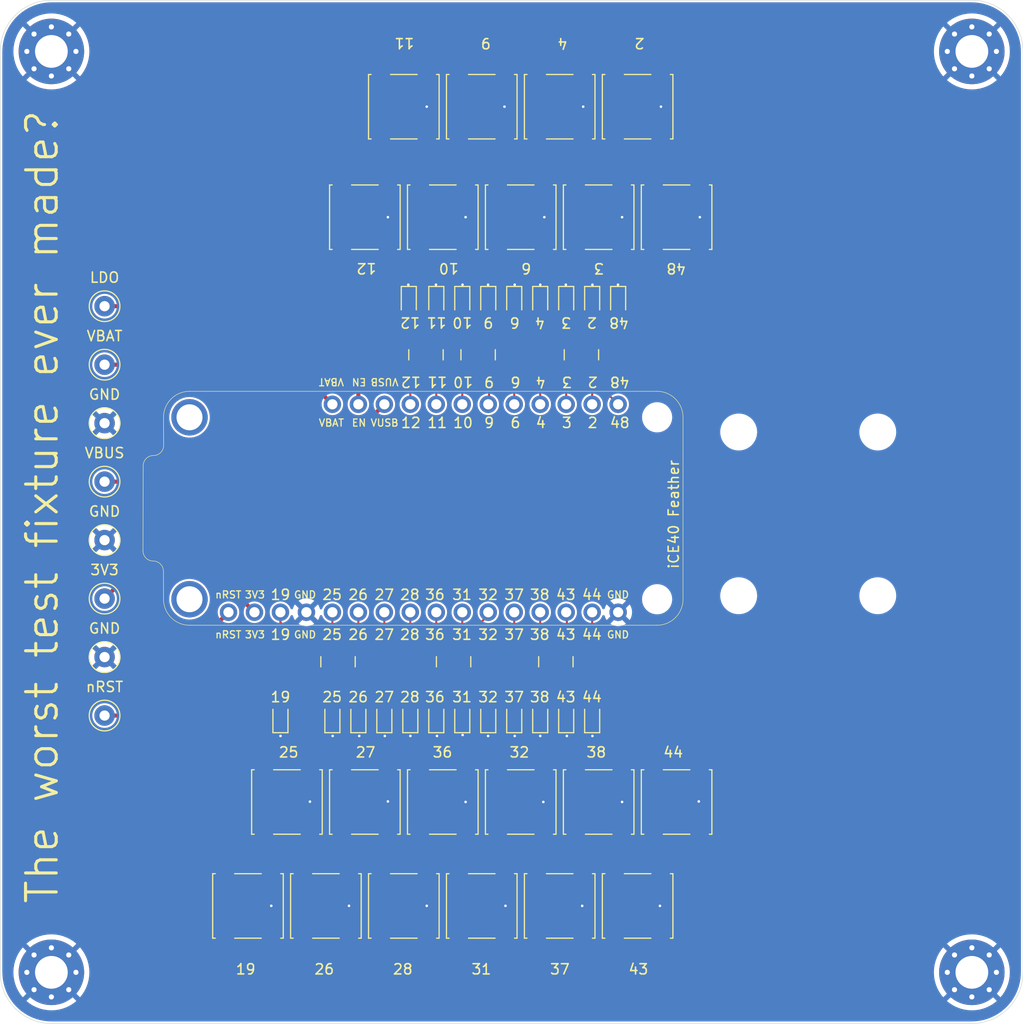
<source format=kicad_pcb>
(kicad_pcb (version 20201220) (generator pcbnew)
  (layers (0 "F.Cu" signal) (31 "B.Cu" signal) (34 "B.Paste" user) (35 "F.Paste" user) (36 "B.SilkS" user "B.Silkscreen") (37 "F.SilkS" user "F.Silkscreen") (38 "B.Mask" user) (39 "F.Mask" user) (44 "Edge.Cuts" user))
  (net 0 "")
  (net 1 "Net-(D1-Pad2)")
  (net 2 "+BATT")
  (net 3 "+3V3")
  (net 4 "+5V")
  (net 5 "Net-(D2-Pad2)")
  (net 6 "Net-(D3-Pad2)")
  (net 7 "Net-(D4-Pad2)")
  (net 8 "Net-(D5-Pad2)")
  (net 9 "Net-(D6-Pad2)")
  (net 10 "Net-(D7-Pad2)")
  (net 11 "/LDO_EN")
  (net 12 "/nICE_CRESET")
  (net 13 "Net-(D8-Pad2)")
  (net 14 "Net-(D9-Pad2)")
  (net 15 "Net-(D11-Pad2)")
  (net 16 "Net-(D12-Pad2)")
  (net 17 "Net-(D13-Pad2)")
  (net 18 "Net-(D14-Pad2)")
  (net 19 "Net-(D15-Pad2)")
  (net 20 "Net-(D16-Pad2)")
  (net 21 "GND")
  (net 22 "Net-(D17-Pad2)")
  (net 23 "Net-(D18-Pad2)")
  (net 24 "/P_19")
  (net 25 "/P_25")
  (net 26 "/P_26")
  (net 27 "/P_27")
  (net 28 "/P_28")
  (net 29 "/P_36")
  (net 30 "/P_31")
  (net 31 "/P_32")
  (net 32 "/P_37")
  (net 33 "/P_38")
  (net 34 "/P_43")
  (net 35 "/P_44")
  (net 36 "/P_48")
  (net 37 "/P_02")
  (net 38 "/P_03")
  (net 39 "/P_04")
  (net 40 "/P_06")
  (net 41 "/P_09")
  (net 42 "/P_10")
  (net 43 "/P_11")
  (net 44 "/P_12")
  (net 45 "Net-(D19-Pad2)")
  (net 46 "Net-(D20-Pad2)")
  (net 47 "Net-(D21-Pad2)")
  (net 48 "Net-(RN3-Pad5)")
  (footprint "josh-connectors:featherwing-typeC" (layer "F.Cu") (at 126.365 104.648)
    (fp_text reference "J3" hide)
    (fp_text value "Feather")
  )
  (footprint "josh-buttons-switches:SW_Push_PTS645" (layer "F.Cu") (at 116.84 143.51 -90)
    (fp_text reference "SW19" hide)
    (fp_text value "TACT")
  )
  (footprint "josh-buttons-switches:SW_Push_PTS645" (layer "F.Cu") (at 124.46 143.51 -90)
    (fp_text reference "SW17" hide)
    (fp_text value "TACT")
  )
  (footprint "LED_SMD:LED_0603_1608Metric" (layer "F.Cu") (at 137.795 84.455 -90)
    (fp_text reference "D4" hide)
    (fp_text value "LED")
  )
  (footprint "Resistor_SMD:R_Array_Convex_4x0603" (layer "F.Cu") (at 129.325 119.648 -90)
    (fp_text reference "RN4" hide)
    (fp_text value "1K")
  )
  (footprint "josh-test-point:Test-Point-Loop-RED" (layer "F.Cu") (at 95.2 90.615)
    (fp_text reference "TP3")
    (fp_text value "VBAT")
  )
  (footprint "MountingHole:MountingHole_3.2mm_M3_Pad_Via" (layer "F.Cu") (at 180 60)
    (fp_text reference "H1" hide)
    (fp_text value "M3")
  )
  (footprint "MountingHole:MountingHole_3.2mm_M3_Pad_Via" (layer "F.Cu") (at 90 60)
    (fp_text reference "H3" hide)
    (fp_text value "M3")
  )
  (footprint "josh-test-point:Test-Point-Loop-RED" (layer "F.Cu") (at 95.2 102.045)
    (fp_text reference "TP2")
    (fp_text value "VBUS")
  )
  (footprint "LED_SMD:LED_0603_1608Metric" (layer "F.Cu") (at 142.875 125.095 90)
    (fp_text reference "D21" hide)
    (fp_text value "LED")
  )
  (footprint "LED_SMD:LED_0603_1608Metric" (layer "F.Cu") (at 130.175 125.095 90)
    (fp_text reference "D16" hide)
    (fp_text value "LED")
  )
  (footprint "josh-buttons-switches:SW_Push_PTS645" (layer "F.Cu") (at 135.89 133.35 -90)
    (fp_text reference "SW14" hide)
    (fp_text value "TACT")
  )
  (footprint "LED_SMD:LED_0603_1608Metric" (layer "F.Cu") (at 140.335 125.095 90)
    (fp_text reference "D20" hide)
    (fp_text value "LED")
  )
  (footprint "josh-buttons-switches:SW_Push_PTS645" (layer "F.Cu") (at 128.27 133.35 -90)
    (fp_text reference "SW16" hide)
    (fp_text value "TACT")
  )
  (footprint "MountingHole:MountingHole_3.2mm_M3_Pad_Via" (layer "F.Cu") (at 90 150)
    (fp_text reference "H2" hide)
    (fp_text value "M3")
  )
  (footprint "Resistor_SMD:R_Array_Convex_4x0603" (layer "F.Cu") (at 131.725 89.648 90)
    (fp_text reference "RN2" hide)
    (fp_text value "1K")
  )
  (footprint "LED_SMD:LED_0603_1608Metric" (layer "F.Cu") (at 137.795 125.095 90)
    (fp_text reference "D19" hide)
    (fp_text value "LED")
  )
  (footprint "josh-test-point:Test-Point-Loop-RED" (layer "F.Cu") (at 95.2 113.475)
    (fp_text reference "TP5")
    (fp_text value "3V3")
  )
  (footprint "josh-mechanical:GH-201A" (layer "F.Cu") (at 164 105.195)
    (fp_text reference "N1" hide)
    (fp_text value "Toggle Clamp")
  )
  (footprint "josh-buttons-switches:SW_Push_PTS645" (layer "F.Cu") (at 135.89 76.2 -90)
    (fp_text reference "SW5" hide)
    (fp_text value "TACT")
  )
  (footprint "josh-buttons-switches:SW_Push_PTS645" (layer "F.Cu") (at 139.7 65.405 -90)
    (fp_text reference "SW6" hide)
    (fp_text value "TACT")
  )
  (footprint "josh-buttons-switches:SW_Push_PTS645" (layer "F.Cu") (at 113.03 133.35 -90)
    (fp_text reference "SW20" hide)
    (fp_text value "TACT")
  )
  (footprint "LED_SMD:LED_0603_1608Metric" (layer "F.Cu") (at 124.9425 84.455 -90)
    (fp_text reference "D9" hide)
    (fp_text value "LED")
  )
  (footprint "LED_SMD:LED_0603_1608Metric" (layer "F.Cu") (at 127.635 84.455 -90)
    (fp_text reference "D8" hide)
    (fp_text value "LED")
  )
  (footprint "josh-test-point:Test-Point-Loop-BLACK" (layer "F.Cu") (at 95.2 119.19)
    (fp_text reference "TP4")
    (fp_text value "GND")
  )
  (footprint "LED_SMD:LED_0603_1608Metric" (layer "F.Cu") (at 132.715 84.455 -90)
    (fp_text reference "D6" hide)
    (fp_text value "LED")
  )
  (footprint "LED_SMD:LED_0603_1608Metric" (layer "F.Cu") (at 127.635 125.095 90)
    (fp_text reference "D15" hide)
    (fp_text value "LED")
  )
  (footprint "LED_SMD:LED_0603_1608Metric" (layer "F.Cu") (at 145.415 84.455 -90)
    (fp_text reference "D1" hide)
    (fp_text value "LED")
  )
  (footprint "LED_SMD:LED_0603_1608Metric" (layer "F.Cu") (at 142.875 84.455 -90)
    (fp_text reference "D2" hide)
    (fp_text value "LED")
  )
  (footprint "LED_SMD:LED_0603_1608Metric" (layer "F.Cu") (at 130.175 84.455 -90)
    (fp_text reference "D7" hide)
    (fp_text value "LED")
  )
  (footprint "josh-buttons-switches:SW_Push_PTS645" (layer "F.Cu") (at 139.7 143.51 -90)
    (fp_text reference "SW13" hide)
    (fp_text value "TACT")
  )
  (footprint "Resistor_SMD:R_Array_Convex_4x0603" (layer "F.Cu") (at 139.325 119.648 -90)
    (fp_text reference "RN5" hide)
    (fp_text value "1K")
  )
  (footprint "josh-buttons-switches:SW_Push_PTS645" (layer "F.Cu") (at 132.08 65.405 -90)
    (fp_text reference "SW4" hide)
    (fp_text value "TACT")
  )
  (footprint "LED_SMD:LED_0603_1608Metric" (layer "F.Cu") (at 135.255 84.455 -90)
    (fp_text reference "D5" hide)
    (fp_text value "LED")
  )
  (footprint "LED_SMD:LED_0603_1608Metric" (layer "F.Cu") (at 135.255 125.095 90)
    (fp_text reference "D18" hide)
    (fp_text value "LED")
  )
  (footprint "LED_SMD:LED_0603_1608Metric" (layer "F.Cu") (at 140.335 84.455 -90)
    (fp_text reference "D3" hide)
    (fp_text value "LED")
  )
  (footprint "josh-buttons-switches:SW_Push_PTS645" (layer "F.Cu") (at 124.46 65.405 -90)
    (fp_text reference "SW2" hide)
    (fp_text value "TACT")
  )
  (footprint "josh-buttons-switches:SW_Push_PTS645" (layer "F.Cu") (at 128.27 76.2 -90)
    (fp_text reference "SW3" hide)
    (fp_text value "TACT")
  )
  (footprint "josh-buttons-switches:SW_Push_PTS645" (layer "F.Cu") (at 151.13 133.35 -90)
    (fp_text reference "SW10" hide)
    (fp_text value "TACT")
  )
  (footprint "LED_SMD:LED_0603_1608Metric" (layer "F.Cu") (at 120.015 125.095 90)
    (fp_text reference "D12" hide)
    (fp_text value "LED")
  )
  (footprint "josh-buttons-switches:SW_Push_PTS645" (layer "F.Cu") (at 109.22 143.51 -90)
    (fp_text reference "SW21" hide)
    (fp_text value "TACT")
  )
  (footprint "josh-buttons-switches:SW_Push_PTS645" (layer "F.Cu") (at 147.32 143.51 -90)
    (fp_text reference "SW11" hide)
    (fp_text value "TACT")
  )
  (footprint "josh-buttons-switches:SW_Push_PTS645" (layer "F.Cu") (at 143.51 76.2 -90)
    (fp_text reference "SW7" hide)
    (fp_text value "TACT")
  )
  (footprint "Resistor_SMD:R_Array_Convex_4x0603" (layer "F.Cu") (at 141.825 89.648 90)
    (fp_text reference "RN1" hide)
    (fp_text value "1K")
  )
  (footprint "Resistor_SMD:R_Array_Convex_4x0603" (layer "F.Cu") (at 118.025 119.648 -90)
    (fp_text reference "RN3" hide)
    (fp_text value "1K")
  )
  (footprint "josh-buttons-switches:SW_Push_PTS645" (layer "F.Cu") (at 120.65 133.35 -90)
    (fp_text reference "SW18" hide)
    (fp_text value "TACT")
  )
  (footprint "josh-test-point:Test-Point-Loop-BLACK" (layer "F.Cu") (at 95.2 124.905)
    (fp_text reference "TP6")
    (fp_text value "nRST")
  )
  (footprint "josh-test-point:Test-Point-Loop-BLACK" (layer "F.Cu") (at 95.2 96.33)
    (fp_text reference "TP8")
    (fp_text value "GND")
  )
  (footprint "josh-test-point:Test-Point-Loop-BLACK" (layer "F.Cu") (at 95.2 107.76)
    (fp_text reference "TP7")
    (fp_text value "GND")
  )
  (footprint "josh-buttons-switches:SW_Push_PTS645" (layer "F.Cu") (at 120.65 76.2 -90)
    (fp_text reference "SW1" hide)
    (fp_text value "TACT")
  )
  (footprint "josh-buttons-switches:SW_Push_PTS645" (layer "F.Cu") (at 151.13 76.2 -90)
    (fp_text reference "SW9" hide)
    (fp_text value "TACT")
  )
  (footprint "LED_SMD:LED_0603_1608Metric" (layer "F.Cu") (at 112.395 125.095 90)
    (fp_text reference "D10" hide)
    (fp_text value "LED")
  )
  (footprint "LED_SMD:LED_0603_1608Metric" (layer "F.Cu") (at 117.475 125.095 90)
    (fp_text reference "D11" hide)
    (fp_text value "LED")
  )
  (footprint "MountingHole:MountingHole_3.2mm_M3_Pad_Via" (layer "F.Cu") (at 180 150)
    (fp_text reference "H4" hide)
    (fp_text value "M3")
  )
  (footprint "LED_SMD:LED_0603_1608Metric" (layer "F.Cu") (at 122.555 125.095 90)
    (fp_text reference "D13" hide)
    (fp_text value "LED")
  )
  (footprint "josh-test-point:Test-Point-Loop-BLACK" (layer "F.Cu") (at 95.2 84.9)
    (fp_text reference "TP1")
    (fp_text value "LDO")
  )
  (footprint "LED_SMD:LED_0603_1608Metric" (layer "F.Cu") (at 132.715 125.095 90)
    (fp_text reference "D17" hide)
    (fp_text value "LED")
  )
  (footprint "Resistor_SMD:R_Array_Convex_4x0603" (layer "F.Cu") (at 126.625 89.648 -90)
    (fp_text reference "RN6" hide)
    (fp_text value "1K")
  )
  (footprint "josh-buttons-switches:SW_Push_PTS645" (layer "F.Cu") (at 132.08 143.51 -90)
    (fp_text reference "SW15" hide)
    (fp_text value "TACT")
  )
  (footprint "josh-buttons-switches:SW_Push_PTS645" (layer "F.Cu") (at 143.51 133.35 -90)
    (fp_text reference "SW12" hide)
    (fp_text value "TACT")
  )
  (footprint "LED_SMD:LED_0603_1608Metric" (layer "F.Cu") (at 125.095 125.095 90)
    (fp_text reference "D14" hide)
    (fp_text value "LED")
  )
  (footprint "josh-buttons-switches:SW_Push_PTS645" (layer "F.Cu") (at 147.32 65.405 -90)
    (fp_text reference "SW8" hide)
    (fp_text value "TACT")
  )
  (gr_arc (start 99.955 110.802998) (end 100.955 110.803001) (angle -90) (layer "F.SilkS") (width 0.05))
  (gr_arc (start 99.975003 98.492999) (end 99.975 99.492999) (angle -90) (layer "F.SilkS") (width 0.05))
  (gr_line (start 98.955 108.803001) (end 98.975 100.492999) (layer "F.SilkS") (width 0.05))
  (gr_line (start 100.955 110.803001) (end 100.965 113.538) (layer "F.SilkS") (width 0.05))
  (gr_line (start 100.965 95.758) (end 100.975 98.492999) (layer "F.SilkS") (width 0.05))
  (gr_arc (start 99.955 108.803004) (end 98.955 108.803001) (angle -90) (layer "F.SilkS") (width 0.05))
  (gr_arc (start 99.974997 100.492999) (end 99.975 99.492999) (angle -90) (layer "F.SilkS") (width 0.05))
  (gr_arc (start 180 150) (end 180 155) (angle -90) (layer "Edge.Cuts") (width 0.05))
  (gr_line (start 185 60) (end 185 150) (layer "Edge.Cuts") (width 0.05))
  (gr_arc (start 180 60) (end 185 60) (angle -90) (layer "Edge.Cuts") (width 0.05))
  (gr_line (start 90 155) (end 180 155) (layer "Edge.Cuts") (width 0.05))
  (gr_line (start 85 150) (end 85 60) (layer "Edge.Cuts") (width 0.05))
  (gr_line (start 90 55) (end 180 55) (layer "Edge.Cuts") (width 0.05))
  (gr_arc (start 90 150) (end 85 150) (angle -90) (layer "Edge.Cuts") (width 0.05))
  (gr_arc (start 90 60) (end 90 55) (angle -90) (layer "Edge.Cuts") (width 0.05))
  (gr_text "26" (at 116.68 149.7) (layer "F.SilkS") (effects (font (size 1 1))))
  (gr_text "48" (at 145.5 86.5 180) (layer "F.SilkS") (effects (font (size 1 1))))
  (gr_text "3V3" (at 109.9 117) (layer "F.SilkS") (effects (font (size 0.7 0.7) (thickness 0.12))))
  (gr_text "36" (at 128.24 128.5) (layer "F.SilkS") (effects (font (size 1 1))))
  (gr_text "38" (at 137.75 123.1) (layer "F.SilkS") (effects (font (size 1 1))))
  (gr_text "19" (at 109 149.7) (layer "F.SilkS") (effects (font (size 1 1))))
  (gr_text "28" (at 125.05 123.1) (layer "F.SilkS") (effects (font (size 1 1))))
  (gr_text "19" (at 112.4 113.1) (layer "F.SilkS") (effects (font (size 1 1))))
  (gr_text "43" (at 147.4 149.7) (layer "F.SilkS") (effects (font (size 1 1))))
  (gr_text "44" (at 150.8 128.5) (layer "F.SilkS") (effects (font (size 1 1))))
  (gr_text "12" (at 125.15 92.3 180) (layer "F.SilkS") (effects (font (size 1 1))))
  (gr_text "10" (at 130.175 86.5 180) (layer "F.SilkS") (effects (font (size 1 1))))
  (gr_text "EN" (at 120.075 92.3 180) (layer "F.SilkS") (effects (font (size 0.7 0.7) (thickness 0.12))))
  (gr_text "44" (at 142.85 117) (layer "F.SilkS") (effects (font (size 1 1))))
  (gr_text "31" (at 130.15 123.1) (layer "F.SilkS") (effects (font (size 1 1))))
  (gr_text "2" (at 147.5 59.2 180) (layer "F.SilkS") (effects (font (size 1 1))))
  (gr_text "11" (at 127.65 86.5 180) (layer "F.SilkS") (effects (font (size 1 1))))
  (gr_text "10" (at 130.25 96.3) (layer "F.SilkS") (effects (font (size 1 1))))
  (gr_text "9" (at 132.484127 59.2 180) (layer "F.SilkS") (effects (font (size 1 1))))
  (gr_text "37" (at 135.25 123.1) (layer "F.SilkS") (effects (font (size 1 1))))
  (gr_text "36" (at 127.500001 117) (layer "F.SilkS") (effects (font (size 1 1))))
  (gr_text "26" (at 120 113.1) (layer "F.SilkS") (effects (font (size 1 1))))
  (gr_text "GND" (at 145.4 117) (layer "F.SilkS") (effects (font (size 0.7 0.7) (thickness 0.12))))
  (gr_text "28" (at 124.36 149.7) (layer "F.SilkS") (effects (font (size 1 1))))
  (gr_text "25" (at 117.45 117) (layer "F.SilkS") (effects (font (size 1 1))))
  (gr_text "4" (at 137.85 96.3) (layer "F.SilkS") (effects (font (size 1 1))))
  (gr_text "VUSB" (at 122.575 96.3) (layer "F.SilkS") (effects (font (size 0.7 0.7) (thickness 0.12))))
  (gr_text "27" (at 122.55 117) (layer "F.SilkS") (effects (font (size 1 1))))
  (gr_text "32" (at 132.7 117) (layer "F.SilkS") (effects (font (size 1 1))))
  (gr_text "10" (at 128.85119 81.2 180) (layer "F.SilkS") (effects (font (size 1 1))))
  (gr_text "43" (at 140.3 117) (layer "F.SilkS") (effects (font (size 1 1))))
  (gr_text "36" (at 127.500001 123.1) (layer "F.SilkS") (effects (font (size 1 1))))
  (gr_text "4" (at 137.85 92.3 180) (layer "F.SilkS") (effects (font (size 1 1))))
  (gr_text "6" (at 135.375 96.3) (layer "F.SilkS") (effects (font (size 1 1))))
  (gr_text "31" (at 132.04 149.7) (layer "F.SilkS") (effects (font (size 1 1))))
  (gr_text "9" (at 132.725 86.5 180) (layer "F.SilkS") (effects (font (size 1 1))))
  (gr_text "48" (at 145.575 96.3) (layer "F.SilkS") (effects (font (size 1 1))))
  (gr_text "iCE40 Feather" (at 150.845 105.239999 90) (layer "F.SilkS") (effects (font (size 1 1))))
  (gr_text "37" (at 139.72 149.7) (layer "F.SilkS") (effects (font (size 1 1))))
  (gr_text "27" (at 122.55 113.1) (layer "F.SilkS") (effects (font (size 1 1))))
  (gr_text "9" (at 132.8 92.3 180) (layer "F.SilkS") (effects (font (size 1 1))))
  (gr_text "3" (at 143.524999 81.2 180) (layer "F.SilkS") (effects (font (size 1 1))))
  (gr_text "32" (at 132.7 123.1) (layer "F.SilkS") (effects (font (size 1 1))))
  (gr_text "43" (at 140.3 123.1) (layer "F.SilkS") (effects (font (size 1 1))))
  (gr_text "38" (at 143.28 128.5) (layer "F.SilkS") (effects (font (size 1 1))))
  (gr_text "11" (at 124.5 59.2 180) (layer "F.SilkS") (effects (font (size 1 1))))
  (gr_text "32" (at 132.7 113.1) (layer "F.SilkS") (effects (font (size 1 1))))
  (gr_text "3" (at 140.325 86.5 180) (layer "F.SilkS") (effects (font (size 1 1))))
  (gr_text "3" (at 140.4 96.3) (layer "F.SilkS") (effects (font (size 1 1))))
  (gr_text "25" (at 117.45 113.1) (layer "F.SilkS") (effects (font (size 1 1))))
  (gr_text "nRST" (at 107.3 117) (layer "F.SilkS") (effects (font (size 0.7 0.7) (thickness 0.12))))
  (gr_text "38" (at 137.75 117) (layer "F.SilkS") (effects (font (size 1 1))))
  (gr_text "27" (at 120.72 128.5) (layer "F.SilkS") (effects (font (size 1 1))))
  (gr_text "3" (at 140.4 92.3 180) (layer "F.SilkS") (effects (font (size 1 1))))
  (gr_text "2" (at 142.925 96.3) (layer "F.SilkS") (effects (font (size 1 1))))
  (gr_text "GND" (at 145.4 113.1) (layer "F.SilkS") (effects (font (size 0.7 0.7) (thickness 0.12))))
  (gr_text "VBAT" (at 117.375 92.3 180) (layer "F.SilkS") (effects (font (size 0.7 0.7) (thickness 0.12))))
  (gr_text "11" (at 127.725 96.3) (layer "F.SilkS") (effects (font (size 1 1))))
  (gr_text "2" (at 142.85 86.5 180) (layer "F.SilkS") (effects (font (size 1 1))))
  (gr_text "12" (at 120.8 81.2 180) (layer "F.SilkS") (effects (font (size 1 1))))
  (gr_text "11" (at 127.725 92.3 180) (layer "F.SilkS") (effects (font (size 1 1))))
  (gr_text "26" (at 120 117) (layer "F.SilkS") (effects (font (size 1 1))))
  (gr_text "GND" (at 114.8 117) (layer "F.SilkS") (effects (font (size 0.7 0.7) (thickness 0.12))))
  (gr_text "27" (at 122.55 123.1) (layer "F.SilkS") (effects (font (size 1 1))))
  (gr_text "9" (at 132.8 96.3) (layer "F.SilkS") (effects (font (size 1 1))))
  (gr_text "GND" (at 114.8 113.1) (layer "F.SilkS") (effects (font (size 0.7 0.7) (thickness 0.12))))
  (gr_text "38" (at 137.75 113.1) (layer "F.SilkS") (effects (font (size 1 1))))
  (gr_text "VUSB" (at 122.575 92.3 180) (layer "F.SilkS") (effects (font (size 0.7 0.7) (thickness 0.12))))
  (gr_text "31" (at 130.15 113.1) (layer "F.SilkS") (effects (font (size 1 1))))
  (gr_text "2" (at 142.925 92.3 180) (layer "F.SilkS") (effects (font (size 1 1))))
  (gr_text "32" (at 135.76 128.5) (layer "F.SilkS") (effects (font (size 1 1))))
  (gr_text "25" (at 117.45 123.1) (layer "F.SilkS") (effects (font (size 1 1))))
  (gr_text "19" (at 112.4 117) (layer "F.SilkS") (effects (font (size 1 1))))
  (gr_text "28" (at 125.05 113.1) (layer "F.SilkS") (effects (font (size 1 1))))
  (gr_text "36" (at 127.500001 113.1) (layer "F.SilkS") (effects (font (size 1 1))))
  (gr_text "4" (at 137.775 86.5 180) (layer "F.SilkS") (effects (font (size 1 1))))
  (gr_text "nRST" (at 107.3 113.1) (layer "F.SilkS") (effects (font (size 0.7 0.7) (thickness 0.12))))
  (gr_text "6" (at 135.3 86.5 180) (layer "F.SilkS") (effects (font (size 1 1))))
  (gr_text "EN" (at 120.075 96.3) (layer "F.SilkS") (effects (font (size 0.7 0.7) (thickness 0.12))))
  (gr_text "44" (at 142.85 113.1) (layer "F.SilkS") (effects (font (size 1 1))))
  (gr_text "37" (at 135.25 117) (layer "F.SilkS") (effects (font (size 1 1))))
  (gr_text "26" (at 120 123.1) (layer "F.SilkS") (effects (font (size 1 1))))
  (gr_text "3V3" (at 109.9 113.1) (layer "F.SilkS") (effects (font (size 0.7 0.7) (thickness 0.12))))
  (gr_text "44" (at 142.85 123.1) (layer "F.SilkS") (effects (font (size 1 1))))
  (gr_text "19" (at 112.4 123.1) (layer "F.SilkS") (effects (font (size 1 1))))
  (gr_text "48" (at 151.1 81.2 180) (layer "F.SilkS") (effects (font (size 1 1))))
  (gr_text "31" (at 130.15 117) (layer "F.SilkS") (effects (font (size 1 1))))
  (gr_text "25" (at 113.2 128.5) (layer "F.SilkS") (effects (font (size 1 1))))
  (gr_text "VBAT" (at 117.375 96.3) (layer "F.SilkS") (effects (font (size 0.7 0.7) (thickness 0.12))))
  (gr_text "6" (at 136.42619 81.2 180) (layer "F.SilkS") (effects (font (size 1 1))))
  (gr_text "4" (at 139.992063 59.2 180) (layer "F.SilkS") (effects (font (size 1 1))))
  (gr_text "6" (at 135.375 92.3 180) (layer "F.SilkS") (effects (font (size 1 1))))
  (gr_text "12" (at 125.075 86.5 180) (layer "F.SilkS") (effects (font (size 1 1))))
  (gr_text "37" (at 135.25 113.1) (layer "F.SilkS") (effects (font (size 1 1))))
  (gr_text "12" (at 125.15 96.3) (layer "F.SilkS") (effects (font (size 1 1))))
  (gr_text "28" (at 125.05 117) (layer "F.SilkS") (effects (font (size 1 1))))
  (gr_text "48" (at 145.575 92.3 180) (layer "F.SilkS") (effects (font (size 1 1))))
  (gr_text "The worst test fixture ever made?" (at 89.1 104.5 90) (layer "F.SilkS") (effects (font (size 3 3) (thickness 0.3))))
  (gr_text "10" (at 130.25 92.3 180) (layer "F.SilkS") (effects (font (size 1 1))))
  (gr_text "43" (at 140.3 113.1) (layer "F.SilkS") (effects (font (size 1 1))))
  (segment (start 145.415 85.2425) (end 146.7575 85.2425) (width 0.2) (layer "F.Cu") (net 1))
  (segment (start 143.27125 87.37875) (end 143.025 87.625) (width 0.2) (layer "F.Cu") (net 1))
  (segment (start 148.88 80.3) (end 148.88 72.1) (width 0.2) (layer "F.Cu") (net 1))
  (segment (start 146.7575 85.2425) (end 148.88 83.12) (width 0.2) (layer "F.Cu") (net 1))
  (segment (start 143.27875 87.37875) (end 145.415 85.2425) (width 0.2) (layer "F.Cu") (net 1))
  (segment (start 143.27875 87.37875) (end 143.27125 87.37875) (width 0.2) (layer "F.Cu") (net 1))
  (segment (start 148.88 83.12) (end 148.88 80.3) (width 0.2) (layer "F.Cu") (net 1))
  (segment (start 143.025 88.748) (end 143.025 87.625) (width 0.2) (layer "F.Cu") (net 1))
  (segment (start 95.2 90.615) (end 113.602 90.615) (width 0.4) (layer "F.Cu") (net 2))
  (segment (start 113.602 90.615) (end 117.475 94.488) (width 0.4) (layer "F.Cu") (net 2))
  (segment (start 109.855 114.808) (end 106.147 111.1) (width 0.4) (layer "F.Cu") (net 3))
  (segment (start 106.147 111.1) (end 97.575 111.1) (width 0.4) (layer "F.Cu") (net 3))
  (segment (start 97.575 111.1) (end 95.2 113.475) (width 0.4) (layer "F.Cu") (net 3))
  (segment (start 114.998 102.045) (end 95.2 102.045) (width 0.4) (layer "F.Cu") (net 4))
  (segment (start 122.555 94.488) (end 114.998 102.045) (width 0.4) (layer "F.Cu") (net 4))
  (segment (start 145.07 69.505) (end 145.07 61.305) (width 0.2) (layer "F.Cu") (net 5))
  (segment (start 142.875 86.625) (end 142.875 85.2425) (width 0.2) (layer "F.Cu") (net 5))
  (segment (start 144.1 84.0175) (end 144.1 70.475) (width 0.2) (layer "F.Cu") (net 5))
  (segment (start 142.875 85.2425) (end 144.1 84.0175) (width 0.2) (layer "F.Cu") (net 5))
  (segment (start 142.225 88.748) (end 142.225 87.275) (width 0.2) (layer "F.Cu") (net 5))
  (segment (start 142.225 87.275) (end 142.875 86.625) (width 0.2) (layer "F.Cu") (net 5))
  (segment (start 144.1 70.475) (end 145.07 69.505) (width 0.2) (layer "F.Cu") (net 5))
  (segment (start 140.335 86.735) (end 140.335 85.2425) (width 0.2) (layer "F.Cu") (net 6))
  (segment (start 141.26 80.3) (end 141.26 84.3175) (width 0.2) (layer "F.Cu") (net 6))
  (segment (start 141.425 87.825) (end 140.335 86.735) (width 0.2) (layer "F.Cu") (net 6))
  (segment (start 141.26 84.3175) (end 140.335 85.2425) (width 0.2) (layer "F.Cu") (net 6))
  (segment (start 141.425 88.748) (end 141.425 87.825) (width 0.2) (layer "F.Cu") (net 6))
  (segment (start 141.26 80.3) (end 141.26 72.1) (width 0.2) (layer "F.Cu") (net 6))
  (segment (start 140.625 88.748) (end 140.625 88.0725) (width 0.2) (layer "F.Cu") (net 7))
  (segment (start 140.625 88.0725) (end 137.795 85.2425) (width 0.2) (layer "F.Cu") (net 7))
  (segment (start 136.6 70.355) (end 137.45 69.505) (width 0.2) (layer "F.Cu") (net 7))
  (segment (start 137.795 85.2425) (end 136.6 84.0475) (width 0.2) (layer "F.Cu") (net 7))
  (segment (start 137.45 69.505) (end 137.45 61.305) (width 0.2) (layer "F.Cu") (net 7))
  (segment (start 136.6 84.0475) (end 136.6 70.355) (width 0.2) (layer "F.Cu") (net 7))
  (segment (start 132.925 87.475) (end 133 87.4) (width 0.2) (layer "F.Cu") (net 8))
  (segment (start 132.925 88.748) (end 132.925 87.475) (width 0.2) (layer "F.Cu") (net 8))
  (segment (start 135.255 85.2425) (end 133.64 83.6275) (width 0.2) (layer "F.Cu") (net 8))
  (segment (start 135.255 85.2425) (end 135.1575 85.2425) (width 0.2) (layer "F.Cu") (net 8))
  (segment (start 133.64 80.3) (end 133.64 72.1) (width 0.2) (layer "F.Cu") (net 8))
  (segment (start 135.1575 85.2425) (end 132.925 87.475) (width 0.2) (layer "F.Cu") (net 8))
  (segment (start 133.64 83.6275) (end 133.64 80.3) (width 0.2) (layer "F.Cu") (net 8))
  (segment (start 135.1575 85.2425) (end 133.8 86.6) (width 0.2) (layer "F.Cu") (net 8))
  (segment (start 131.98999 84.51749) (end 131.98999 70.18999) (width 0.2) (layer "F.Cu") (net 9))
  (segment (start 132.1 88.723) (end 132.125 88.748) (width 0.2) (layer "F.Cu") (net 9))
  (segment (start 132.715 85.2425) (end 132.715 86.085) (width 0.2) (layer "F.Cu") (net 9))
  (segment (start 131.305 69.505) (end 129.83 69.505) (width 0.2) (layer "F.Cu") (net 9))
  (segment (start 129.83 69.505) (end 129.83 61.305) (width 0.2) (layer "F.Cu") (net 9))
  (segment (start 132.715 85.2425) (end 131.98999 84.51749) (width 0.2) (layer "F.Cu") (net 9))
  (segment (start 132.715 86.085) (end 132.1 86.7) (width 0.2) (layer "F.Cu") (net 9))
  (segment (start 131.98999 70.18999) (end 131.305 69.505) (width 0.2) (layer "F.Cu") (net 9))
  (segment (start 132.1 86.7) (end 132.1 88.723) (width 0.2) (layer "F.Cu") (net 9))
  (segment (start 131.325 88.748) (end 131.325 87.625) (width 0.2) (layer "F.Cu") (net 10))
  (segment (start 130.175 85.2425) (end 129.1 84.1675) (width 0.2) (layer "F.Cu") (net 10))
  (segment (start 131.325 87.625) (end 130.175 86.475) (width 0.2) (layer "F.Cu") (net 10))
  (segment (start 128.1 80.3) (end 126.02 80.3) (width 0.2) (layer "F.Cu") (net 10))
  (segment (start 126.02 80.3) (end 126.02 72.1) (width 0.2) (layer "F.Cu") (net 10))
  (segment (start 129.1 84.1675) (end 129.1 81.3) (width 0.2) (layer "F.Cu") (net 10))
  (segment (start 130.175 86.475) (end 130.175 85.2425) (width 0.2) (layer "F.Cu") (net 10))
  (segment (start 129.1 81.3) (end 128.1 80.3) (width 0.2) (layer "F.Cu") (net 10))
  (segment (start 120.015 94.488) (end 120.015 92.815) (width 0.4) (layer "F.Cu") (net 11))
  (segment (start 120.015 92.815) (end 112.1 84.9) (width 0.4) (layer "F.Cu") (net 11))
  (segment (start 112.1 84.9) (end 95.2 84.9) (width 0.4) (layer "F.Cu") (net 11))
  (segment (start 97.218 124.905) (end 107.315 114.808) (width 0.4) (layer "F.Cu") (net 12))
  (segment (start 95.2 124.905) (end 97.218 124.905) (width 0.4) (layer "F.Cu") (net 12))
  (segment (start 124.4 70.5) (end 123.4 69.5) (width 0.2) (layer "F.Cu") (net 13))
  (segment (start 126.4 84.0075) (end 126.4 82.3) (width 0.2) (layer "F.Cu") (net 13))
  (segment (start 127.635 85.2425) (end 129.9925 87.6) (width 0.2) (layer "F.Cu") (net 13))
  (segment (start 123.4 69.5) (end 122.215 69.5) (width 0.2) (layer "F.Cu") (net 13))
  (segment (start 125.3 81.8) (end 124.4 80.9) (width 0.2) (layer "F.Cu") (net 13))
  (segment (start 130.4 87.6) (end 130.525 87.725) (width 0.2) (layer "F.Cu") (net 13))
  (segment (start 122.21 69.505) (end 122.21 61.305) (width 0.2) (layer "F.Cu") (net 13))
  (segment (start 127.635 85.2425) (end 126.4 84.0075) (width 0.2) (layer "F.Cu") (net 13))
  (segment (start 130.525 87.725) (end 130.525 88.748) (width 0.2) (layer "F.Cu") (net 13))
  (segment (start 126.4 82.3) (end 125.9 81.8) (width 0.2) (layer "F.Cu") (net 13))
  (segment (start 129.9925 87.6) (end 130.4 87.6) (width 0.2) (layer "F.Cu") (net 13))
  (segment (start 125.9 81.8) (end 125.3 81.8) (width 0.2) (layer "F.Cu") (net 13))
  (segment (start 124.4 80.9) (end 124.4 70.5) (width 0.2) (layer "F.Cu") (net 13))
  (segment (start 122.215 69.5) (end 122.21 69.505) (width 0.2) (layer "F.Cu") (net 13))
  (segment (start 125.3 81.8) (end 125.1 81.6) (width 0.2) (layer "F.Cu") (net 13))
  (segment (start 120 80.3) (end 118.4 80.3) (width 0.2) (layer "F.Cu") (net 14))
  (segment (start 124.9425 85.2425) (end 120 80.3) (width 0.2) (layer "F.Cu") (net 14))
  (segment (start 124.9425 86.7425) (end 125.425 87.225) (width 0.2) (layer "F.Cu") (net 14))
  (segment (start 124.9425 85.2425) (end 124.9425 86.7425) (width 0.2) (layer "F.Cu") (net 14))
  (segment (start 125.425 87.225) (end 125.425 88.748) (width 0.2) (layer "F.Cu") (net 14))
  (segment (start 118.4 80.3) (end 118.4 72.1) (width 0.2) (layer "F.Cu") (net 14))
  (segment (start 111.73 128.3) (end 113.4825 128.3) (width 0.2) (layer "F.Cu") (net 15))
  (segment (start 117.475 124.3075) (end 117.475 123.375) (width 0.2) (layer "F.Cu") (net 15))
  (segment (start 117.475 123.375) (end 117.625 123.225) (width 0.2) (layer "F.Cu") (net 15))
  (segment (start 117.625 123.225) (end 117.625 120.548) (width 0.2) (layer "F.Cu") (net 15))
  (segment (start 110.78 137.45) (end 110.78 129.25) (width 0.2) (layer "F.Cu") (net 15))
  (segment (start 110.78 129.25) (end 111.73 128.3) (width 0.2) (layer "F.Cu") (net 15))
  (segment (start 113.4825 128.3) (end 117.475 124.3075) (width 0.2) (layer "F.Cu") (net 15))
  (segment (start 116.09 139.41) (end 114.59 139.41) (width 0.2) (layer "F.Cu") (net 16))
  (segment (start 120.015 123.415) (end 118.425 121.825) (width 0.2) (layer "F.Cu") (net 16))
  (segment (start 118 128.1) (end 117.3 128.1) (width 0.2) (layer "F.Cu") (net 16))
  (segment (start 117.3 128.1) (end 116.7 128.7) (width 0.2) (layer "F.Cu") (net 16))
  (segment (start 114.59 147.61) (end 114.59 139.41) (width 0.2) (layer "F.Cu") (net 16))
  (segment (start 120.015 124.3075) (end 120.015 123.415) (width 0.2) (layer "F.Cu") (net 16))
  (segment (start 116.7 138.8) (end 116.09 139.41) (width 0.2) (layer "F.Cu") (net 16))
  (segment (start 118.425 121.825) (end 118.425 120.548) (width 0.2) (layer "F.Cu") (net 16))
  (segment (start 118.6 125.7225) (end 118.6 126.1) (width 0.2) (layer "F.Cu") (net 16))
  (segment (start 120.015 124.3075) (end 118.6 125.7225) (width 0.2) (layer "F.Cu") (net 16))
  (segment (start 116.7 128.7) (end 116.7 138.8) (width 0.2) (layer "F.Cu") (net 16))
  (segment (start 118.6 127.5) (end 118 128.1) (width 0.2) (layer "F.Cu") (net 16))
  (segment (start 118.6 125.7225) (end 118.6 127.5) (width 0.2) (layer "F.Cu") (net 16))
  (segment (start 122.555 124.3075) (end 120.9475 122.7) (width 0.2) (layer "F.Cu") (net 17))
  (segment (start 121.3 125.5625) (end 122.555 124.3075) (width 0.2) (layer "F.Cu") (net 17))
  (segment (start 120.5 128.3) (end 121.3 127.5) (width 0.2) (layer "F.Cu") (net 17))
  (segment (start 120.9475 122.7) (end 120.3 122.7) (width 0.2) (layer "F.Cu") (net 17))
  (segment (start 121.3 127.5) (end 121.3 125.5625) (width 0.2) (layer "F.Cu") (net 17))
  (segment (start 119.225 121.625) (end 119.225 120.548) (width 0.2) (layer "F.Cu") (net 17))
  (segment (start 118.4 137.45) (end 118.4 129.25) (width 0.2) (layer "F.Cu") (net 17))
  (segment (start 119.35 128.3) (end 120.5 128.3) (width 0.2) (layer "F.Cu") (net 17))
  (segment (start 120.3 122.7) (end 119.225 121.625) (width 0.2) (layer "F.Cu") (net 17))
  (segment (start 118.4 129.25) (end 119.35 128.3) (width 0.2) (layer "F.Cu") (net 17))
  (segment (start 124 125.4025) (end 124 139) (width 0.2) (layer "F.Cu") (net 18))
  (segment (start 128.125 121.675) (end 127.3 122.5) (width 0.2) (layer "F.Cu") (net 18))
  (segment (start 125.095 123.305) (end 125.095 124.3075) (width 0.2) (layer "F.Cu") (net 18))
  (segment (start 123.59 139.41) (end 122.21 139.41) (width 0.2) (layer "F.Cu") (net 18))
  (segment (start 122.21 147.61) (end 122.21 139.41) (width 0.2) (layer "F.Cu") (net 18))
  (segment (start 124 139) (end 123.59 139.41) (width 0.2) (layer "F.Cu") (net 18))
  (segment (start 128.125 120.548) (end 128.125 121.675) (width 0.2) (layer "F.Cu") (net 18))
  (segment (start 127.3 122.5) (end 125.9 122.5) (width 0.2) (layer "F.Cu") (net 18))
  (segment (start 128.125 121.675) (end 128.05 121.75) (width 0.2) (layer "F.Cu") (net 18))
  (segment (start 125.095 124.3075) (end 124 125.4025) (width 0.2) (layer "F.Cu") (net 18))
  (segment (start 125.9 122.5) (end 125.095 123.305) (width 0.2) (layer "F.Cu") (net 18))
  (segment (start 128.925 121.775) (end 127.635 123.065) (width 0.2) (layer "F.Cu") (net 19))
  (segment (start 126.02 129.25) (end 126.02 125.9225) (width 0.2) (layer "F.Cu") (net 19))
  (segment (start 126.02 125.9225) (end 127.635 124.3075) (width 0.2) (layer "F.Cu") (net 19))
  (segment (start 126.02 137.45) (end 126.02 129.25) (width 0.2) (layer "F.Cu") (net 19))
  (segment (start 127.635 123.065) (end 127.635 124.3075) (width 0.2) (layer "F.Cu") (net 19))
  (segment (start 128.925 120.548) (end 128.925 121.775) (width 0.2) (layer "F.Cu") (net 19))
  (segment (start 129.83 139.41) (end 129.1 138.68) (width 0.2) (layer "F.Cu") (net 20))
  (segment (start 130.175 123.175) (end 129.7 122.7) (width 0.2) (layer "F.Cu") (net 20))
  (segment (start 129.1 125.3825) (end 130.175 124.3075) (width 0.2) (layer "F.Cu") (net 20))
  (segment (start 129.1 138.68) (end 129.1 125.3825) (width 0.2) (layer "F.Cu") (net 20))
  (segment (start 129.7 120.573) (end 129.725 120.548) (width 0.2) (layer "F.Cu") (net 20))
  (segment (start 129.7 122.7) (end 129.7 120.573) (width 0.2) (layer "F.Cu") (net 20))
  (segment (start 129.83 147.61) (end 129.83 139.41) (width 0.2) (layer "F.Cu") (net 20))
  (segment (start 130.175 124.3075) (end 130.175 123.175) (width 0.2) (layer "F.Cu") (net 20))
  (segment (start 130.5 133.35) (end 130.5 129.28) (width 0.2) (layer "F.Cu") (net 21))
  (segment (start 142.915 82.815) (end 142.9 82.8) (width 0.2) (layer "F.Cu") (net 21))
  (segment (start 141.9 143.505) (end 141.9 139.435) (width 0.2) (layer "F.Cu") (net 21))
  (segment (start 111.5 147.63) (end 111.5 143.5) (width 0.2) (layer "F.Cu") (net 21))
  (segment (start 140.395 125.8825) (end 140.395 126.895) (width 0.2) (layer "F.Cu") (net 21))
  (segment (start 135.315 83.6675) (end 135.315 82.815) (width 0.2) (layer "F.Cu") (net 21))
  (segment (start 130.215 82.815) (end 130.2 82.8) (width 0.2) (layer "F.Cu") (net 21))
  (segment (start 115.28 137.45) (end 115.28 133.32) (width 0.2) (layer "F.Cu") (net 21))
  (segment (start 112.395 125.8825) (end 112.395 126.895) (width 0.2) (layer "F.Cu") (net 21))
  (segment (start 134.3 69.5) (end 134.3 65.4) (width 0.2) (layer "F.Cu") (net 21))
  (segment (start 122.9 133.3) (end 122.9 129.23) (width 0.2) (layer "F.Cu") (net 21))
  (segment (start 132.715 83.6675) (end 132.715 82.815) (width 0.2) (layer "F.Cu") (net 21))
  (segment (start 142.915 83.6675) (end 142.915 82.815) (width 0.2) (layer "F.Cu") (net 21))
  (segment (start 149.5 143.505) (end 149.5 139.435) (width 0.2) (layer "F.Cu") (net 21))
  (segment (start 124.915 83.6675) (end 124.915 82.815) (width 0.2) (layer "F.Cu") (net 21))
  (segment (start 112.395 126.895) (end 112.4 126.9) (width 0.2) (layer "F.Cu") (net 21))
  (segment (start 125.095 126.895) (end 125.1 126.9) (width 0.2) (layer "F.Cu") (net 21))
  (segment (start 127.615 82.815) (end 127.6 82.8) (width 0.2) (layer "F.Cu") (net 21))
  (segment (start 149.6 65.4) (end 149.6 61.3) (width 0.2) (layer "F.Cu") (net 21))
  (segment (start 142.895 126.895) (end 142.9 126.9) (width 0.2) (layer "F.Cu") (net 21))
  (segment (start 117.495 125.8825) (end 117.495 126.895) (width 0.2) (layer "F.Cu") (net 21))
  (segment (start 119.1 147.63) (end 119.1 143.5) (width 0.2) (layer "F.Cu") (net 21))
  (segment (start 142 65.4) (end 142 61.3) (width 0.2) (layer "F.Cu") (net 21))
  (segment (start 130.215 83.6675) (end 130.215 82.815) (width 0.2) (layer "F.Cu") (net 21))
  (segment (start 122.9 80.3) (end 122.9 76.2) (width 0.2) (layer "F.Cu") (net 21))
  (segment (start 142.895 125.8825) (end 142.895 126.895) (width 0.2) (layer "F.Cu") (net 21))
  (segment (start 132.695 125.8825) (end 132.695 126.895) (width 0.2) (layer "F.Cu") (net 21))
  (segment (start 130.5 76.2) (end 130.5 72.1) (width 0.2) (layer "F.Cu") (net 21))
  (segment (start 137.795 125.8825) (end 137.795 126.895) (width 0.2) (layer "F.Cu") (net 21))
  (segment (start 134.4 147.63) (end 134.4 143.5) (width 0.2) (layer "F.Cu") (net 21))
  (segment (start 122.595 125.8825) (end 122.595 126.895) (width 0.2) (layer "F.Cu") (net 21))
  (segment (start 153.3 133.3) (end 153.3 129.23) (width 0.2) (layer "F.Cu") (net 21))
  (segment (start 127.695 126.895) (end 127.7 126.9) (width 0.2) (layer "F.Cu") (net 21))
  (segment (start 134.3 65.4) (end 134.3 61.3) (width 0.2) (layer "F.Cu") (net 21))
  (segment (start 130.5 137.48) (end 130.5 133.35) (width 0.2) (layer "F.Cu") (net 21))
  (segment (start 124.915 82.815) (end 124.9 82.8) (width 0.2) (layer "F.Cu") (net 21))
  (segment (start 138.2 80.3) (end 138.2 76.2) (width 0.2) (layer "F.Cu") (net 21))
  (segment (start 134.4 143.5) (end 134.4 139.43) (width 0.2) (layer "F.Cu") (net 21))
  (segment (start 141.9 147.635) (end 141.9 143.505) (width 0.2) (layer "F.Cu") (net 21))
  (segment (start 153.3 137.43) (end 153.3 133.3) (width 0.2) (layer "F.Cu") (net 21))
  (segment (start 138.1 133.35) (end 138.1 129.28) (width 0.2) (layer "F.Cu") (net 21))
  (segment (start 135.315 82.815) (end 135.3 82.8) (width 0.2) (layer "F.Cu") (net 21))
  (segment (start 125.095 125.8825) (end 125.095 126.895) (width 0.2) (layer "F.Cu") (net 21))
  (segment (start 135.295 125.8825) (end 135.295 126.895) (width 0.2) (layer "F.Cu") (net 21))
  (segment (start 127.615 83.6675) (end 127.615 82.815) (width 0.2) (layer "F.Cu") (net 21))
  (segment (start 120.095 125.8825) (end 120.095 126.895) (width 0.2) (layer "F.Cu") (net 21))
  (segment (start 126.7 69.5) (end 126.7 65.4) (width 0.2) (layer "F.Cu") (net 21))
  (segment (start 145.8 80.3) (end 145.8 76.2) (width 0.2) (layer "F.Cu") (net 21))
  (segment (start 145.8 133.35) (end 145.8 129.28) (width 0.2) (layer "F.Cu") (net 21))
  (segment (start 142 69.5) (end 142 65.4) (width 0.2) (layer "F.Cu") (net 21))
  (segment (start 119.1 143.5) (end 119.1 139.43) (width 0.2) (layer "F.Cu") (net 21))
  (segment (start 140.315 82.815) (end 140.3 82.8) (width 0.2) (layer "F.Cu") (net 21))
  (segment (start 138.2 76.2) (end 138.2 72.1) (width 0.2) (layer "F.Cu") (net 21))
  (segment (start 117.495 126.895) (end 117.5 126.9) (width 0.2) (layer "F.Cu") (net 21))
  (segment (start 145.415 82.815) (end 145.4 82.8) (width 0.2) (layer "F.Cu") (net 21))
  (segment (start 132.715 82.815) (end 132.7 82.8) (width 0.2) (layer "F.Cu") (net 21))
  (segment (start 137.815 82.815) (end 137.8 82.8) (width 0.2) (layer "F.Cu") (net 21))
  (segment (start 135.295 126.895) (end 135.3 126.9) (width 0.2) (layer "F.Cu") (net 21))
  (segment (start 153.4 76.2) (end 153.4 72.1) (width 0.2) (layer "F.Cu") (net 21))
  (segment (start 138.1 137.48) (end 138.1 133.35) (width 0.2) (layer "F.Cu") (net 21))
  (segment (start 122.9 137.43) (end 122.9 133.3) (width 0.2) (layer "F.Cu") (net 21))
  (segment (start 130.5 80.3) (end 130.5 76.2) (width 0.2) (layer "F.Cu") (net 21))
  (segment (start 137.795 126.895) (end 137.8 126.9) (width 0.2) (layer "F.Cu") (net 21))
  (segment (start 149.5 147.635) (end 149.5 143.505) (width 0.2) (layer "F.Cu") (net 21))
  (segment (start 149.6 69.5) (end 149.6 65.4) (width 0.2) (layer "F.Cu") (net 21))
  (segment (start 126.7 143.5) (end 126.7 139.43) (width 0.2) (layer "F.Cu") (net 21))
  (segment (start 145.8 137.48) (end 145.8 133.35) (width 0.2) (layer "F.Cu") (net 21))
  (segment (start 140.315 83.6675) (end 140.315 82.815) (width 0.2) (layer "F.Cu") (net 21))
  (segment (start 122.595 126.895) (end 122.6 126.9) (width 0.2) (layer "F.Cu") (net 21))
  (segment (start 120.095 126.895) (end 120.1 126.9) (width 0.2) (layer "F.Cu") (net 21))
  (segment (start 111.5 143.5) (end 111.5 139.43) (width 0.2) (layer "F.Cu") (net 21))
  (segment (start 140.395 126.895) (end 140.4 126.9) (width 0.2) (layer "F.Cu") (net 21))
  (segment (start 126.7 65.4) (end 126.7 61.3) (width 0.2) (layer "F.Cu") (net 21))
  (segment (start 122.9 76.2) (end 122.9 72.1) (width 0.2) (layer "F.Cu") (net 21))
  (segment (start 130.2025 125.79) (end 130.2025 126.8025) (width 0.2) (layer "F.Cu") (net 21))
  (segment (start 153.4 80.3) (end 153.4 76.2) (width 0.2) (layer "F.Cu") (net 21))
  (segment (start 145.415 83.6675) (end 145.415 82.815) (width 0.2) (layer "F.Cu") (net 21))
  (segment (start 127.695 125.8825) (end 127.695 126.895) (width 0.2) (layer "F.Cu") (net 21))
  (segment (start 126.7 147.63) (end 126.7 143.5) (width 0.2) (layer "F.Cu") (net 21))
  (segment (start 115.28 133.32) (end 115.28 129.25) (width 0.2) (layer "F.Cu") (net 21))
  (segment (start 137.815 83.6675) (end 137.815 82.815) (width 0.2) (layer "F.Cu") (net 21))
  (segment (start 145.8 76.2) (end 145.8 72.1) (width 0.2) (layer "F.Cu") (net 21))
  (segment (start 132.695 126.895) (end 132.7 126.9) (width 0.2) (layer "F.Cu") (net 21))
  (segment (start 130.2025 126.8025) (end 130.2075 126.8075) (width 0.2) (layer "F.Cu") (net 21))
  (via (at 122.9 133.3) (size 0.5) (drill 0.25) (layers "F.Cu" "B.Cu") (net 21))
  (via (at 153.4 76.2) (size 0.5) (drill 0.25) (layers "F.Cu" "B.Cu") (net 21))
  (via (at 122.9 76.2) (size 0.5) (drill 0.25) (layers "F.Cu" "B.Cu") (net 21))
  (via (at 115.28 133.32) (size 0.5) (drill 0.25) (layers "F.Cu" "B.Cu") (net 21))
  (via (at 142 65.4) (size 0.5) (drill 0.25) (layers "F.Cu" "B.Cu") (net 21))
  (via (at 119.1 143.5) (size 0.5) (drill 0.25) (layers "F.Cu" "B.Cu") (net 21))
  (via (at 112.4 126.9) (size 0.5) (drill 0.25) (layers "F.Cu" "B.Cu") (net 21))
  (via (at 130.2075 126.8075) (size 0.5) (drill 0.25) (layers "F.Cu" "B.Cu") (net 21))
  (via (at 132.7 126.9) (size 0.5) (drill 0.25) (layers "F.Cu" "B.Cu") (net 21))
  (via (at 142.9 126.9) (size 0.5) (drill 0.25) (layers "F.Cu" "B.Cu") (net 21))
  (via (at 138.1 133.35) (size 0.5) (drill 0.25) (layers "F.Cu" "B.Cu") (net 21))
  (via (at 140.4 126.9) (size 0.5) (drill 0.25) (layers "F.Cu" "B.Cu") (net 21))
  (via (at 111.5 143.5) (size 0.5) (drill 0.25) (layers "F.Cu" "B.Cu") (net 21))
  (via (at 135.3 126.9) (size 0.5) (drill 0.25) (layers "F.Cu" "B.Cu") (net 21))
  (via (at 126.7 143.5) (size 0.5) (drill 0.25) (layers "F.Cu" "B.Cu") (net 21))
  (via (at 127.6 82.8) (size 0.5) (drill 0.25) (layers "F.Cu" "B.Cu") (net 21))
  (via (at 141.9 143.505) (size 0.5) (drill 0.25) (layers "F.Cu" "B.Cu") (net 21))
  (via (at 142.9 82.8) (size 0.5) (drill 0.25) (layers "F.Cu" "B.Cu") (net 21))
  (via (at 126.7 65.4) (size 0.5) (drill 0.25) (layers "F.Cu" "B.Cu") (net 21))
  (via (at 140.3 82.8) (size 0.5) (drill 0.25) (layers "F.Cu" "B.Cu") (net 21))
  (via (at 130.5 133.35) (size 0.5) (drill 0.25) (layers "F.Cu" "B.Cu") (net 21))
  (via (at 132.7 82.8) (size 0.5) (drill 0.25) (layers "F.Cu" "B.Cu") (net 21))
  (via (at 137.8 82.8) (size 0.5) (drill 0.25) (layers "F.Cu" "B.Cu") (net 21))
  (via (at 149.6 65.4) (size 0.5) (drill 0.25) (layers "F.Cu" "B.Cu") (net 21))
  (via (at 124.9 82.8) (size 0.5) (drill 0.25) (layers "F.Cu" "B.Cu") (net 21))
  (via (at 120.1 126.9) (size 0.5) (drill 0.25) (layers "F.Cu" "B.Cu") (net 21))
  (via (at 138.2 76.2) (size 0.5) (drill 0.25) (layers "F.Cu" "B.Cu") (net 21))
  (via (at 130.5 76.2) (size 0.5) (drill 0.25) (layers "F.Cu" "B.Cu") (net 21))
  (via (at 137.8 126.9) (size 0.5) (drill 0.25) (layers "F.Cu" "B.Cu") (net 21))
  (via (at 145.8 133.35) (size 0.5) (drill 0.25) (layers "F.Cu" "B.Cu") (net 21))
  (via (at 149.5 143.505) (size 0.5) (drill 0.25) (layers "F.Cu" "B.Cu") (net 21))
  (via (at 135.3 82.8) (size 0.5) (drill 0.25) (layers "F.Cu" "B.Cu") (net 21))
  (via (at 145.8 76.2) (size 0.5) (drill 0.25) (layers "F.Cu" "B.Cu") (net 21))
  (via (at 134.3 65.4) (size 0.5) (drill 0.25) (layers "F.Cu" "B.Cu") (net 21))
  (via (at 153.3 133.3) (size 0.5) (drill 0.25) (layers "F.Cu" "B.Cu") (net 21))
  (via (at 130.2 82.8) (size 0.5) (drill 0.25) (layers "F.Cu" "B.Cu") (net 21))
  (via (at 127.7 126.9) (size 0.5) (drill 0.25) (layers "F.Cu" "B.Cu") (net 21))
  (via (at 145.4 82.8) (size 0.5) (drill 0.25) (layers "F.Cu" "B.Cu") (net 21))
  (via (at 125.1 126.9) (size 0.5) (drill 0.25) (layers "F.Cu" "B.Cu") (net 21))
  (via (at 134.4 143.5) (size 0.5) (drill 0.25) (layers "F.Cu" "B.Cu") (net 21))
  (via (at 117.5 126.9) (size 0.5) (drill 0.25) (layers "F.Cu" "B.Cu") (net 21))
  (via (at 122.6 126.9) (size 0.5) (drill 0.25) (layers "F.Cu" "B.Cu") (net 21))
  (segment (start 133.64 137.45) (end 133.64 129.25) (width 0.2) (layer "F.Cu") (net 22))
  (segment (start 132.715 123.515) (end 132.715 124.3075) (width 0.2) (layer "F.Cu") (net 22))
  (segment (start 130.525 121.325) (end 132.715 123.515) (width 0.2) (layer "F.Cu") (net 22))
  (segment (start 133.64 125.2325) (end 132.715 124.3075) (width 0.2) (layer "F.Cu") (net 22))
  (segment (start 130.525 120.548) (end 130.525 121.325) (width 0.2) (layer "F.Cu") (net 22))
  (segment (start 133.64 129.25) (end 133.64 125.2325) (width 0.2) (layer "F.Cu") (net 22))
  (segment (start 138.125 120.548) (end 138.125 122.075) (width 0.2) (layer "F.Cu") (net 23))
  (segment (start 136.5 125.5525) (end 135.255 124.3075) (width 0.2) (layer "F.Cu") (net 23))
  (segment (start 136.5 138.46) (end 136.5 125.5525) (width 0.2) (layer "F.Cu") (net 23))
  (segment (start 137.8 122.4) (end 136.4 122.4) (width 0.2) (layer "F.Cu") (net 23))
  (segment (start 138.125 122.075) (end 137.8 122.4) (width 0.2) (layer "F.Cu") (net 23))
  (segment (start 135.255 123.545) (end 135.255 124.3075) (width 0.2) (layer "F.Cu") (net 23))
  (segment (start 137.45 147.61) (end 137.45 139.41) (width 0.2) (layer "F.Cu") (net 23))
  (segment (start 137.45 139.41) (end 136.5 138.46) (width 0.2) (layer "F.Cu") (net 23))
  (segment (start 136.4 122.4) (end 135.255 123.545) (width 0.2) (layer "F.Cu") (net 23))
  (segment (start 113.9 117.3) (end 112.395 115.795) (width 0.2) (layer "F.Cu") (net 24))
  (segment (start 112.395 115.795) (end 112.395 114.808) (width 0.2) (layer "F.Cu") (net 24))
  (segment (start 116.2 117.3) (end 113.9 117.3) (width 0.2) (layer "F.Cu") (net 24))
  (segment (start 116.8 117.9) (end 116.2 117.3) (width 0.2) (layer "F.Cu") (net 24))
  (segment (start 116.825 118.748) (end 116.8 118.723) (width 0.2) (layer "F.Cu") (net 24))
  (segment (start 116.8 118.723) (end 116.8 117.9) (width 0.2) (layer "F.Cu") (net 24))
  (segment (start 117.6 118.723) (end 117.6 116.9) (width 0.2) (layer "F.Cu") (net 25))
  (segment (start 117.6 116.9) (end 117.475 116.775) (width 0.2) (layer "F.Cu") (net 25))
  (segment (start 117.3 114.983) (end 117.475 114.808) (width 0.2) (layer "F.Cu") (net 25))
  (segment (start 117.625 118.748) (end 117.6 118.723) (width 0.2) (layer "F.Cu") (net 25))
  (segment (start 117.475 116.775) (end 117.475 114.808) (width 0.2) (layer "F.Cu") (net 25))
  (segment (start 120.015 115.985) (end 120.015 114.808) (width 0.2) (layer "F.Cu") (net 26))
  (segment (start 118.425 118.748) (end 118.425 117.575) (width 0.2) (layer "F.Cu") (net 26))
  (segment (start 118.425 117.575) (end 120.015 115.985) (width 0.2) (layer "F.Cu") (net 26))
  (segment (start 119.225 117.875) (end 120.6 116.5) (width 0.2) (layer "F.Cu") (net 27))
  (segment (start 120.6 116.5) (end 122.3 116.5) (width 0.2) (layer "F.Cu") (net 27))
  (segment (start 119.225 118.748) (end 119.225 117.875) (width 0.2) (layer "F.Cu") (net 27))
  (segment (start 122.3 116.5) (end 122.555 116.245) (width 0.2) (layer "F.Cu") (net 27))
  (segment (start 122.555 116.245) (end 122.555 114.808) (width 0.2) (layer "F.Cu") (net 27))
  (segment (start 128.125 118.748) (end 128.125 117.525) (width 0.2) (layer "F.Cu") (net 28))
  (segment (start 125.7 116.7) (end 125.095 116.095) (width 0.2) (layer "F.Cu") (net 28))
  (segment (start 128.125 117.525) (end 128 117.4) (width 0.2) (layer "F.Cu") (net 28))
  (segment (start 128.125 117.525) (end 127.3 116.7) (width 0.2) (layer "F.Cu") (net 28))
  (segment (start 127.3 116.7) (end 125.7 116.7) (width 0.2) (layer "F.Cu") (net 28))
  (segment (start 125.095 116.095) (end 125.095 114.808) (width 0.2) (layer "F.Cu") (net 28))
  (segment (start 127.635 116.335) (end 127.635 114.808) (width 0.2) (layer "F.Cu") (net 29))
  (segment (start 128.925 118.748) (end 128.925 117.625) (width 0.2) (layer "F.Cu") (net 29))
  (segment (start 128.925 117.625) (end 127.635 116.335) (width 0.2) (layer "F.Cu") (net 29))
  (segment (start 130.175 116.725) (end 130.175 114.808) (width 0.2) (layer "F.Cu") (net 30))
  (segment (start 129.725 118.748) (end 129.725 117.175) (width 0.2) (layer "F.Cu") (net 30))
  (segment (start 129.725 117.175) (end 130.175 116.725) (width 0.2) (layer "F.Cu") (net 30))
  (segment (start 130.525 118.748) (end 130.525 117.275) (width 0.2) (layer "F.Cu") (net 31))
  (segment (start 132.715 115.085) (end 132.715 114.808) (width 0.2) (layer "F.Cu") (net 31))
  (segment (start 130.525 117.275) (end 132.715 115.085) (width 0.2) (layer "F.Cu") (net 31))
  (segment (start 138.1 118.723) (end 138.1 117.9) (width 0.2) (layer "F.Cu") (net 32))
  (segment (start 135.255 116.455) (end 135.255 114.808) (width 0.2) (layer "F.Cu") (net 32))
  (segment (start 137.7 117.5) (end 136.3 117.5) (width 0.2) (layer "F.Cu") (net 32))
  (segment (start 136.3 117.5) (end 135.255 116.455) (width 0.2) (layer "F.Cu") (net 32))
  (segment (start 138.1 117.9) (end 137.7 117.5) (width 0.2) (layer "F.Cu") (net 32))
  (segment (start 138.125 118.748) (end 138.1 118.723) (width 0.2) (layer "F.Cu") (net 32))
  (segment (start 137.795 116.995) (end 137.795 114.808) (width 0.2) (layer "F.Cu") (net 33))
  (segment (start 138.925 118.125) (end 137.795 116.995) (width 0.2) (layer "F.Cu") (net 33))
  (segment (start 138.925 118.748) (end 138.925 118.125) (width 0.2) (layer "F.Cu") (net 33))
  (segment (start 140.4 114.873) (end 140.335 114.808) (width 0.2) (layer "F.Cu") (net 34))
  (segment (start 139.725 117.175) (end 140.4 116.5) (width 0.2) (layer "F.Cu") (net 34))
  (segment (start 139.725 118.748) (end 139.725 117.175) (width 0.2) (layer "F.Cu") (net 34))
  (segment (start 140.4 116.5) (end 140.4 114.873) (width 0.2) (layer "F.Cu") (net 34))
  (segment (start 140.525 118.748) (end 140.525 117.575) (width 0.2) (layer "F.Cu") (net 35))
  (segment (start 140.525 117.575) (end 141.3 116.8) (width 0.2) (layer "F.Cu") (net 35))
  (segment (start 142.6 116.8) (end 142.875 116.525) (width 0.2) (layer "F.Cu") (net 35))
  (segment (start 141.3 116.8) (end 142.6 116.8) (width 0.2) (layer "F.Cu") (net 35))
  (segment (start 142.875 116.525) (end 142.875 114.808) (width 0.2) (layer "F.Cu") (net 35))
  (segment (start 143.025 92.098) (end 145.415 94.488) (width 0.2) (layer "F.Cu") (net 36))
  (segment (start 143.025 90.548) (end 143.025 92.098) (width 0.2) (layer "F.Cu") (net 36))
  (segment (start 142.225 90.548) (end 142.225 92.225) (width 0.2) (layer "F.Cu") (net 37))
  (segment (start 142.225 92.225) (end 142.875 92.875) (width 0.2) (layer "F.Cu") (net 37))
  (segment (start 142.875 92.875) (end 142.875 94.488) (width 0.2) (layer "F.Cu") (net 37))
  (segment (start 141.425 90.548) (end 141.425 91.975) (width 0.2) (layer "F.Cu") (net 38))
  (segment (start 141.425 91.975) (end 140.335 93.065) (width 0.2) (layer "F.Cu") (net 38))
  (segment (start 140.335 93.065) (end 140.335 94.488) (width 0.2) (layer "F.Cu") (net 38))
  (segment (start 137.795 93.205) (end 137.795 94.488) (width 0.2) (layer "F.Cu") (net 39))
  (segment (start 138.2 92.8) (end 137.795 93.205) (width 0.2) (layer "F.Cu") (net 39))
  (segment (start 140.625 90.548) (end 140.625 91.575) (width 0.2) (layer "F.Cu") (net 39))
  (segment (start 139.4 92.8) (end 138.2 92.8) (width 0.2) (layer "F.Cu") (net 39))
  (segment (start 140.625 91.575) (end 139.4 92.8) (width 0.2) (layer "F.Cu") (net 39))
  (segment (start 134.8 92.2) (end 135.255 92.655) (width 0.2) (layer "F.Cu") (net 40))
  (segment (start 133.6 92.2) (end 134.8 92.2) (width 0.2) (layer "F.Cu") (net 40))
  (segment (start 132.925 90.548) (end 132.925 91.525) (width 0.2) (layer "F.Cu") (net 40))
  (segment (start 132.925 91.525) (end 133.1 91.7) (width 0.2) (layer "F.Cu") (net 40))
  (segment (start 135.255 92.655) (end 135.255 94.488) (width 0.2) (layer "F.Cu") (net 40))
  (segment (start 132.925 91.525) (end 133.6 92.2) (width 0.2) (layer "F.Cu") (net 40))
  (segment (start 132.8 92.5) (end 132.8 94.403) (width 0.2) (layer "F.Cu") (net 41))
  (segment (start 132.125 91.825) (end 132.8 92.5) (width 0.2) (layer "F.Cu") (net 41))
  (segment (start 132.125 90.548) (end 132.125 91.825) (width 0.2) (layer "F.Cu") (net 41))
  (segment (start 132.8 94.403) (end 132.715 94.488) (width 0.2) (layer "F.Cu") (net 41))
  (segment (start 130.175 93.225) (end 130.175 94.488) (width 0.2) (layer "F.Cu") (net 42))
  (segment (start 131.325 90.548) (end 131.325 92.075) (width 0.2) (layer "F.Cu") (net 42))
  (segment (start 131.325 92.075) (end 130.175 93.225) (width 0.2) (layer "F.Cu") (net 42))
  (segment (start 130.525 90.548) (end 130.525 91.175) (width 0.2) (layer "F.Cu") (net 43))
  (segment (start 128.4 92.3) (end 127.635 93.065) (width 0.2) (layer "F.Cu") (net 43))
  (segment (start 129.4 92.3) (end 128.4 92.3) (width 0.2) (layer "F.Cu") (net 43))
  (segment (start 130.525 91.175) (end 129.4 92.3) (width 0.2) (layer "F.Cu") (net 43))
  (segment (start 127.635 93.065) (end 127.635 94.488) (width 0.2) (layer "F.Cu") (net 43))
  (segment (start 125.4 90.573) (end 125.4 92.9) (width 0.2) (layer "F.Cu") (net 44))
  (segment (start 125.095 93.205) (end 125.4 92.9) (width 0.2) (layer "F.Cu") (net 44))
  (segment (start 125.425 90.548) (end 125.4 90.573) (width 0.2) (layer "F.Cu") (net 44))
  (segment (start 125.095 94.488) (end 125.095 93.205) (width 0.2) (layer "F.Cu") (net 44))
  (segment (start 141.26 137.45) (end 141.26 129.25) (width 0.2) (layer "F.Cu") (net 45))
  (segment (start 138.925 123.1775) (end 137.795 124.3075) (width 0.2) (layer "F.Cu") (net 45))
  (segment (start 141.26 129.25) (end 139.1 127.09) (width 0.2) (layer "F.Cu") (net 45))
  (segment (start 139.1 127.09) (end 139.1 125.6125) (width 0.2) (layer "F.Cu") (net 45))
  (segment (start 139.1 125.6125) (end 137.795 124.3075) (width 0.2) (layer "F.Cu") (net 45))
  (segment (start 138.925 120.548) (end 138.925 123.1775) (width 0.2) (layer "F.Cu") (net 45))
  (segment (start 141.4 125.4) (end 140.335 124.335) (width 0.2) (layer "F.Cu") (net 46))
  (segment (start 145.07 139.41) (end 144.2 138.54) (width 0.2) (layer "F.Cu") (net 46))
  (segment (start 141.4 126.9) (end 141.4 125.4) (width 0.2) (layer "F.Cu") (net 46))
  (segment (start 145.07 147.61) (end 145.07 139.41) (width 0.2) (layer "F.Cu") (net 46))
  (segment (start 139.725 123.6975) (end 139.725 120.548) (width 0.2) (layer "F.Cu") (net 46))
  (segment (start 140.335 124.335) (end 140.335 124.3075) (width 0.2) (layer "F.Cu") (net 46))
  (segment (start 144.2 138.54) (end 144.2 129.7) (width 0.2) (layer "F.Cu") (net 46))
  (segment (start 144.2 129.7) (end 141.4 126.9) (width 0.2) (layer "F.Cu") (net 46))
  (segment (start 140.335 124.3075) (end 139.725 123.6975) (width 0.2) (layer "F.Cu") (net 46))
  (segment (start 142.875 124.3075) (end 142.9075 124.3075) (width 0.2) (layer "F.Cu") (net 47))
  (segment (start 146.185 127.585) (end 147.215 127.585) (width 0.2) (layer "F.Cu") (net 47))
  (segment (start 148.88 137.45) (end 148.88 129.25) (width 0.2) (layer "F.Cu") (net 47))
  (segment (start 147.215 127.585) (end 148.88 129.25) (width 0.2) (layer "F.Cu") (net 47))
  (segment (start 142.9075 124.3075) (end 146.185 127.585) (width 0.2) (layer "F.Cu") (net 47))
  (segment (start 140.525 121.9575) (end 142.875 124.3075) (width 0.2) (layer "F.Cu") (net 47))
  (segment (start 140.525 120.548) (end 140.525 121.9575) (width 0.2) (layer "F.Cu") (net 47))
  (segment (start 106.97 129.7325) (end 106.97 139.41) (width 0.2) (layer "F.Cu") (net 48))
  (segment (start 106.97 147.61) (end 106.97 139.41) (width 0.2) (layer "F.Cu") (net 48))
  (segment (start 113.3 123.4) (end 114 122.7) (width 0.2) (layer "F.Cu") (net 48))
  (segment (start 114 122.7) (end 116.2 122.7) (width 0.2) (layer "F.Cu") (net 48))
  (segment (start 112.395 124.3075) (end 113.3 123.4025) (width 0.2) (layer "F.Cu") (net 48))
  (segment (start 116.2 122.7) (end 116.8 122.1) (width 0.2) (layer "F.Cu") (net 48))
  (segment (start 114 122.7) (end 115.4 122.7) (width 0.2) (layer "F.Cu") (net 48))
  (segment (start 116.8 120.573) (end 116.825 120.548) (width 0.2) (layer "F.Cu") (net 48))
  (segment (start 112.395 124.3075) (end 106.97 129.7325) (width 0.2) (layer "F.Cu") (net 48))
  (segment (start 113.3 123.4025) (end 113.3 123.4) (width 0.2) (layer "F.Cu") (net 48))
  (segment (start 116.8 122.1) (end 116.8 120.573) (width 0.2) (layer "F.Cu") (net 48))
  (zone (net 21) (net_name "GND") (layer "B.Cu") (connect_pads (clearance 0.2)) (min_thickness 0.254) (fill yes (thermal_gap 0.508) (thermal_bridge_width 0.508))
    (polygon (pts (xy 185 155) (xy 85 155) (xy 85 55) (xy 185 55)))
  )
)
</source>
